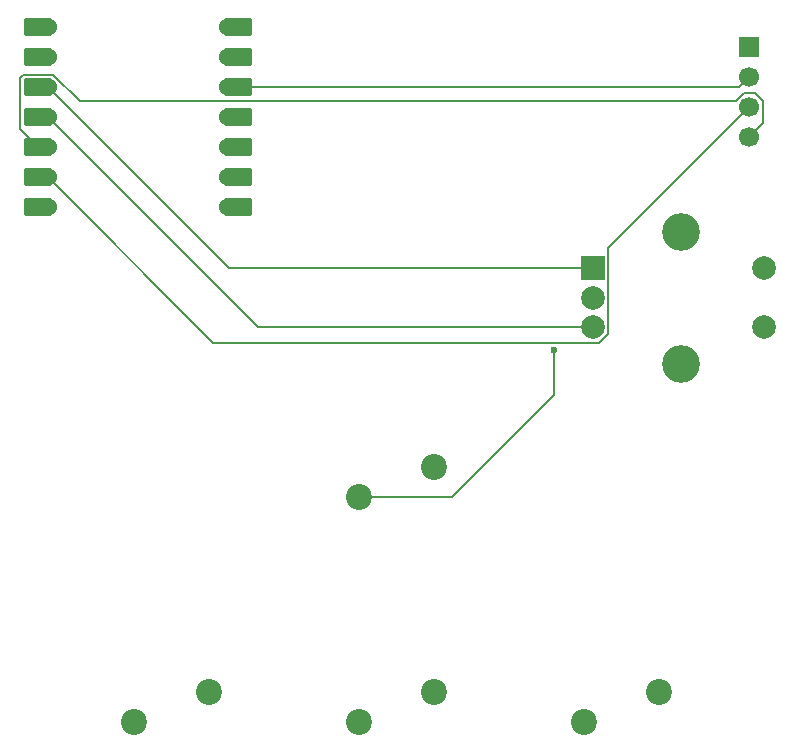
<source format=gbr>
%TF.GenerationSoftware,KiCad,Pcbnew,9.0.7*%
%TF.CreationDate,2026-01-11T18:10:27+01:00*%
%TF.ProjectId,MacroPad,4d616372-6f50-4616-942e-6b696361645f,rev?*%
%TF.SameCoordinates,Original*%
%TF.FileFunction,Copper,L1,Top*%
%TF.FilePolarity,Positive*%
%FSLAX46Y46*%
G04 Gerber Fmt 4.6, Leading zero omitted, Abs format (unit mm)*
G04 Created by KiCad (PCBNEW 9.0.7) date 2026-01-11 18:10:27*
%MOMM*%
%LPD*%
G01*
G04 APERTURE LIST*
G04 Aperture macros list*
%AMRoundRect*
0 Rectangle with rounded corners*
0 $1 Rounding radius*
0 $2 $3 $4 $5 $6 $7 $8 $9 X,Y pos of 4 corners*
0 Add a 4 corners polygon primitive as box body*
4,1,4,$2,$3,$4,$5,$6,$7,$8,$9,$2,$3,0*
0 Add four circle primitives for the rounded corners*
1,1,$1+$1,$2,$3*
1,1,$1+$1,$4,$5*
1,1,$1+$1,$6,$7*
1,1,$1+$1,$8,$9*
0 Add four rect primitives between the rounded corners*
20,1,$1+$1,$2,$3,$4,$5,0*
20,1,$1+$1,$4,$5,$6,$7,0*
20,1,$1+$1,$6,$7,$8,$9,0*
20,1,$1+$1,$8,$9,$2,$3,0*%
G04 Aperture macros list end*
%TA.AperFunction,ComponentPad*%
%ADD10R,1.700000X1.700000*%
%TD*%
%TA.AperFunction,ComponentPad*%
%ADD11C,1.700000*%
%TD*%
%TA.AperFunction,SMDPad,CuDef*%
%ADD12RoundRect,0.152400X1.063600X0.609600X-1.063600X0.609600X-1.063600X-0.609600X1.063600X-0.609600X0*%
%TD*%
%TA.AperFunction,ComponentPad*%
%ADD13C,1.524000*%
%TD*%
%TA.AperFunction,SMDPad,CuDef*%
%ADD14RoundRect,0.152400X-1.063600X-0.609600X1.063600X-0.609600X1.063600X0.609600X-1.063600X0.609600X0*%
%TD*%
%TA.AperFunction,ComponentPad*%
%ADD15R,2.000000X2.000000*%
%TD*%
%TA.AperFunction,ComponentPad*%
%ADD16C,2.000000*%
%TD*%
%TA.AperFunction,ComponentPad*%
%ADD17C,3.200000*%
%TD*%
%TA.AperFunction,ComponentPad*%
%ADD18C,2.200000*%
%TD*%
%TA.AperFunction,ViaPad*%
%ADD19C,0.600000*%
%TD*%
%TA.AperFunction,Conductor*%
%ADD20C,0.200000*%
%TD*%
G04 APERTURE END LIST*
D10*
%TO.P,J?,1*%
%TO.N,GND*%
X256540000Y-68890000D03*
D11*
%TO.P,J?,2*%
%TO.N,unconnected-(U1-3V3-Pad12)*%
X256540000Y-71430000D03*
%TO.P,J?,3*%
%TO.N,unconnected-(U1-GPIO7{slash}SCL-Pad6)*%
X256540000Y-73970000D03*
%TO.P,J?,4*%
%TO.N,unconnected-(U1-GPIO6{slash}SDA-Pad5)*%
X256540000Y-76510000D03*
%TD*%
D12*
%TO.P,U1,1,GPIO26/ADC0/A0*%
%TO.N,unconnected-(U1-GPIO26{slash}ADC0{slash}A0-Pad1)*%
X196332500Y-67214250D03*
D13*
X197167500Y-67214250D03*
D12*
%TO.P,U1,2,GPIO27/ADC1/A1*%
%TO.N,unconnected-(U1-GPIO27{slash}ADC1{slash}A1-Pad2)*%
X196332500Y-69754250D03*
D13*
X197167500Y-69754250D03*
D12*
%TO.P,U1,3,GPIO28/ADC2/A2*%
%TO.N,Net-(U1-GPIO28{slash}ADC2{slash}A2)*%
X196332500Y-72294250D03*
D13*
X197167500Y-72294250D03*
D12*
%TO.P,U1,4,GPIO29/ADC3/A3*%
%TO.N,Net-(U1-GPIO29{slash}ADC3{slash}A3)*%
X196332500Y-74834250D03*
D13*
X197167500Y-74834250D03*
D12*
%TO.P,U1,5,GPIO6/SDA*%
%TO.N,unconnected-(U1-GPIO6{slash}SDA-Pad5)*%
X196332500Y-77374250D03*
D13*
X197167500Y-77374250D03*
D12*
%TO.P,U1,6,GPIO7/SCL*%
%TO.N,unconnected-(U1-GPIO7{slash}SCL-Pad6)*%
X196332500Y-79914250D03*
D13*
X197167500Y-79914250D03*
D12*
%TO.P,U1,7,GPIO0/TX*%
%TO.N,unconnected-(U1-GPIO0{slash}TX-Pad7)*%
X196332500Y-82454250D03*
D13*
X197167500Y-82454250D03*
%TO.P,U1,8,GPIO1/RX*%
%TO.N,Net-(U1-GPIO1{slash}RX)*%
X212407500Y-82454250D03*
D14*
X213242500Y-82454250D03*
D13*
%TO.P,U1,9,GPIO2/SCK*%
%TO.N,Net-(U1-GPIO2{slash}SCK)*%
X212407500Y-79914250D03*
D14*
X213242500Y-79914250D03*
D13*
%TO.P,U1,10,GPIO4/MISO*%
%TO.N,Net-(U1-GPIO4{slash}MISO)*%
X212407500Y-77374250D03*
D14*
X213242500Y-77374250D03*
D13*
%TO.P,U1,11,GPIO3/MOSI*%
%TO.N,Net-(U1-GPIO3{slash}MOSI)*%
X212407500Y-74834250D03*
D14*
X213242500Y-74834250D03*
D13*
%TO.P,U1,12,3V3*%
%TO.N,unconnected-(U1-3V3-Pad12)*%
X212407500Y-72294250D03*
D14*
X213242500Y-72294250D03*
D13*
%TO.P,U1,13,GND*%
%TO.N,GND*%
X212407500Y-69754250D03*
D14*
X213242500Y-69754250D03*
D13*
%TO.P,U1,14,VBUS*%
%TO.N,+5V*%
X212407500Y-67214250D03*
D14*
X213242500Y-67214250D03*
%TD*%
D15*
%TO.P,SW5,A,A*%
%TO.N,Net-(U1-GPIO28{slash}ADC2{slash}A2)*%
X243310000Y-87630000D03*
D16*
%TO.P,SW5,B,B*%
%TO.N,Net-(U1-GPIO29{slash}ADC3{slash}A3)*%
X243310000Y-92630000D03*
%TO.P,SW5,C,C*%
%TO.N,GND*%
X243310000Y-90130000D03*
D17*
%TO.P,SW5,MP*%
%TO.N,N/C*%
X250810000Y-84530000D03*
X250810000Y-95730000D03*
D16*
%TO.P,SW5,S1*%
X257810000Y-92630000D03*
%TO.P,SW5,S2*%
X257810000Y-87630000D03*
%TD*%
D18*
%TO.P,SW3,1,1*%
%TO.N,Net-(U1-GPIO4{slash}MISO)*%
X229870000Y-104457500D03*
%TO.P,SW3,2,2*%
%TO.N,GND*%
X223520000Y-106997500D03*
%TD*%
%TO.P,SW4,1,1*%
%TO.N,Net-(U1-GPIO3{slash}MOSI)*%
X248920000Y-123507500D03*
%TO.P,SW4,2,2*%
%TO.N,GND*%
X242570000Y-126047500D03*
%TD*%
%TO.P,SW1,1,1*%
%TO.N,Net-(U1-GPIO1{slash}RX)*%
X229870000Y-123507500D03*
%TO.P,SW1,2,2*%
%TO.N,GND*%
X223520000Y-126047500D03*
%TD*%
%TO.P,SW2,1,1*%
%TO.N,Net-(U1-GPIO2{slash}SCK)*%
X210820000Y-123507500D03*
%TO.P,SW2,2,2*%
%TO.N,GND*%
X204470000Y-126047500D03*
%TD*%
D19*
%TO.N,GND*%
X240030000Y-94531000D03*
%TD*%
D20*
%TO.N,GND*%
X240030000Y-98316992D02*
X240030000Y-94531000D01*
X231349492Y-106997500D02*
X240030000Y-98316992D01*
X223520000Y-106997500D02*
X231349492Y-106997500D01*
%TO.N,unconnected-(U1-GPIO6{slash}SDA-Pad5)*%
X196332500Y-77374250D02*
X197167500Y-77374250D01*
X194815500Y-75857250D02*
X196332500Y-77374250D01*
X194815500Y-71492624D02*
X194815500Y-75857250D01*
X195076874Y-71231250D02*
X194815500Y-71492624D01*
X197607810Y-71231250D02*
X195076874Y-71231250D01*
X199869800Y-73493240D02*
X197607810Y-71231250D01*
X255389000Y-73493240D02*
X199869800Y-73493240D01*
X256063240Y-72819000D02*
X255389000Y-73493240D01*
X257016760Y-72819000D02*
X256063240Y-72819000D01*
X257691000Y-73493240D02*
X257016760Y-72819000D01*
X257691000Y-75359000D02*
X257691000Y-73493240D01*
X256540000Y-76510000D02*
X257691000Y-75359000D01*
%TO.N,unconnected-(U1-GPIO7{slash}SCL-Pad6)*%
X243848892Y-93931000D02*
X211184250Y-93931000D01*
X244611000Y-93168892D02*
X243848892Y-93931000D01*
X211184250Y-93931000D02*
X197167500Y-79914250D01*
X244611000Y-85899000D02*
X244611000Y-93168892D01*
X256540000Y-73970000D02*
X244611000Y-85899000D01*
%TO.N,Net-(U1-GPIO29{slash}ADC3{slash}A3)*%
X214963250Y-92630000D02*
X197167500Y-74834250D01*
X243310000Y-92630000D02*
X214963250Y-92630000D01*
%TO.N,Net-(U1-GPIO28{slash}ADC2{slash}A2)*%
X212503250Y-87630000D02*
X197167500Y-72294250D01*
X243310000Y-87630000D02*
X212503250Y-87630000D01*
%TO.N,unconnected-(U1-3V3-Pad12)*%
X255675750Y-72294250D02*
X256540000Y-71430000D01*
X212407500Y-72294250D02*
X255675750Y-72294250D01*
%TD*%
M02*

</source>
